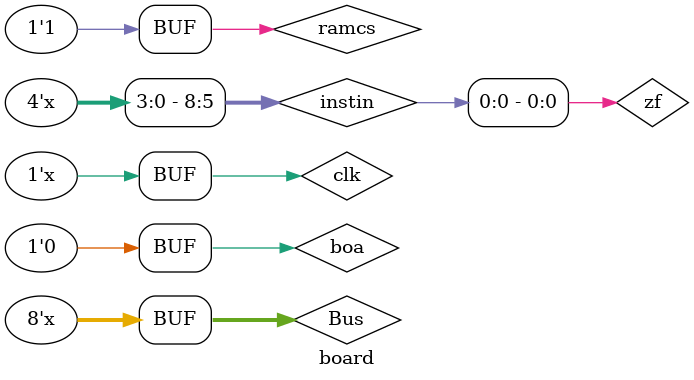
<source format=v>
	`include "programcounter.v"
	`include "GPR.v"
	`include "alu.v"
	`include "memaddreg.v"
	`include "ram.v"
	`include "instructionreg.v"
	`include "outputRegister.v"
	`include "controlunit.v"

module board;
	wire[7:0] Bus;
	reg clk,clr;
	wire hlt,marwa,ramwa,ramoa,inregoa,inregwa,awa,aoa,sumout,sub,bwa,outregwa,pcinc,pcoe,pcjmp,flagsin;
	assign Bus=8'hzz;
	
	initial 
	begin
		clk<=0;
	end
	
//	always #2 clk=~clk;
	always #2 if(~hlt)
		clk = ~clk;
	
//	reg pcoe,pcjmp,pcinc;
	counter pc(Bus[3:0],Bus[3:0],clk,clr,pcoe,pcjmp,pcinc);

//	initial begin
//		pcoe<=0;pcjmp<=0;pcinc<=0;
//	end

//	reg awa,aoa;
	gpr a(Bus,Bus,clk,clr,awa,aoa);
//	initial begin awa<=0;aoa<=0; end

	reg boa;
//	reg bwa,boa;
	gpr b(Bus,Bus,clk,clr,bwa,boa);
//	initial begin bwa<=0;boa<=0; end
	initial boa<=0;

	wire cf,zf;
//	reg sumout,sub,flagsin;
	alu alunit(Bus,cf,zf,a.store,b.store,clk,sumout,sub,flagsin);
//	initial begin sumout<=0;sub<=0;flagsin<=0; end

//	reg marwa;
	wire[3:0] addrout;
	memaddreg mar(Bus[3:0],clk,clr,marwa,addrout);
//	initial marwa<=0;

	reg ramcs;
//	reg ramoa,ramwa,ramcs;
	ram rm(Bus,addrout,clk,ramoa,ramwa,ramcs);
	initial ramcs<=1;
//	initial begin ramcs<=1; ramwa<=0; ramoa<=0; end

//	reg inregwa,inregoa;
	instreg instructionreg(Bus,clk,clr,inregwa,inregoa,Bus[3:0]);
//	initial begin inregwa<=0; inregoa<=0; end	

//	reg outregwa;
	wire[7:0] display;
	outputreg out(Bus,clk,clr,outregwa,display);
//	initial outregwa<=0;

	reg pmode;
	wire[2:0] cucountout;
	counter3b cucounter(cucountout,clk,clr,pmode);
	wire[8:0] instin;
	assign instin[8:5]= instructionreg.store[7:4];
	assign instin[4:2]= cucountout;
	assign instin[1]= cf;
        assign instin[0]= zf;
	controlunit ctrlunit(instin,pmode,hlt,marwa,ramwa,ramoa,inregoa,inregwa,awa,aoa,sumout,sub,bwa,outregwa,pcinc,pcoe,pcjmp,flagsin);
	
	endmodule


</source>
